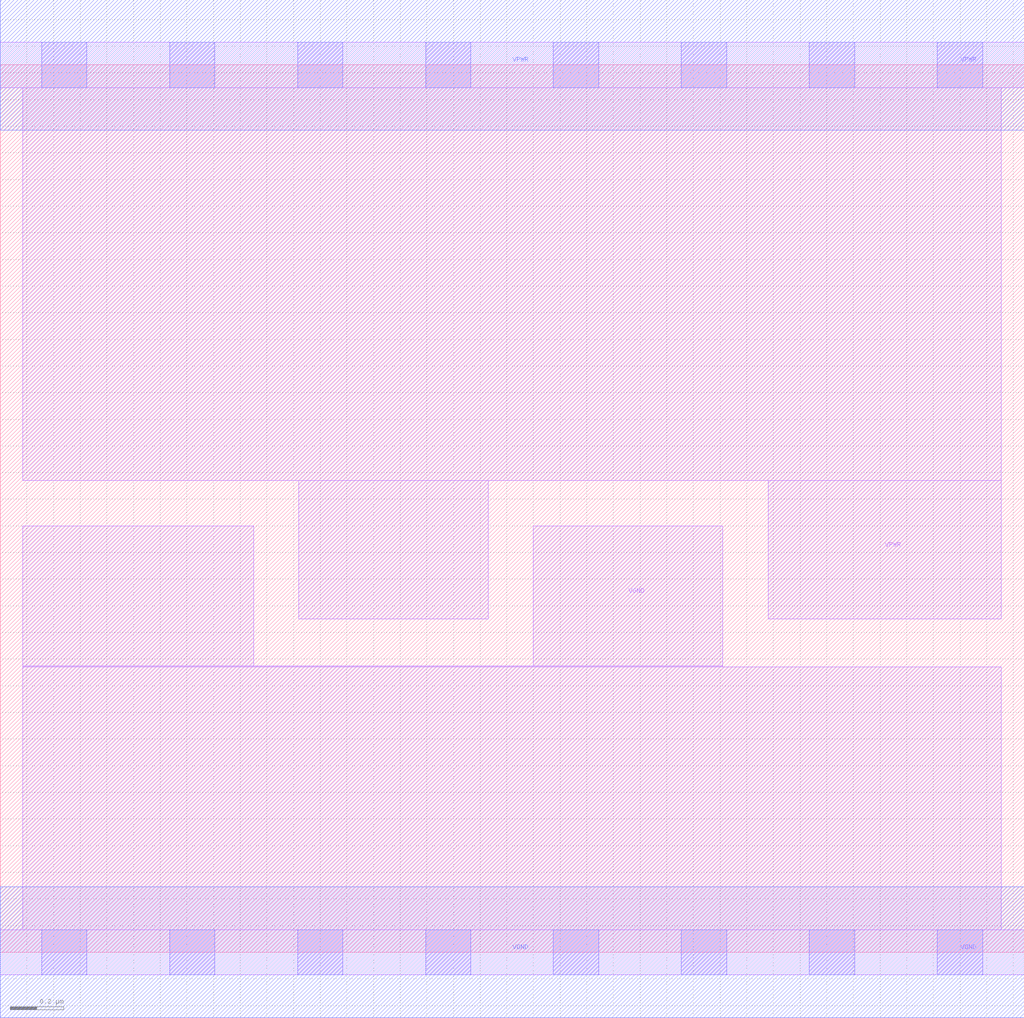
<source format=lef>
# Copyright 2020 The SkyWater PDK Authors
#
# Licensed under the Apache License, Version 2.0 (the "License");
# you may not use this file except in compliance with the License.
# You may obtain a copy of the License at
#
#     https://www.apache.org/licenses/LICENSE-2.0
#
# Unless required by applicable law or agreed to in writing, software
# distributed under the License is distributed on an "AS IS" BASIS,
# WITHOUT WARRANTIES OR CONDITIONS OF ANY KIND, either express or implied.
# See the License for the specific language governing permissions and
# limitations under the License.
#
# SPDX-License-Identifier: Apache-2.0

VERSION 5.7 ;
  NAMESCASESENSITIVE ON ;
  NOWIREEXTENSIONATPIN ON ;
  DIVIDERCHAR "/" ;
  BUSBITCHARS "[]" ;
UNITS
  DATABASE MICRONS 200 ;
END UNITS
MACRO sky130_fd_sc_ls__decaphe_8
  CLASS CORE ;
  SOURCE USER ;
  FOREIGN sky130_fd_sc_ls__decaphe_8 ;
  ORIGIN  0.000000  0.000000 ;
  SIZE  3.840000 BY  3.330000 ;
  SYMMETRY X Y R90 ;
  SITE unit ;
  PIN VGND
    DIRECTION INOUT ;
    SHAPE ABUTMENT ;
    USE GROUND ;
    PORT
      LAYER li1 ;
        RECT 0.000000 -0.085000 3.840000 0.085000 ;
        RECT 0.085000  0.085000 3.755000 1.070000 ;
        RECT 0.085000  1.070000 2.710000 1.075000 ;
        RECT 0.085000  1.075000 0.950000 1.600000 ;
        RECT 2.000000  1.075000 2.710000 1.600000 ;
      LAYER mcon ;
        RECT 0.155000 -0.085000 0.325000 0.085000 ;
        RECT 0.635000 -0.085000 0.805000 0.085000 ;
        RECT 1.115000 -0.085000 1.285000 0.085000 ;
        RECT 1.595000 -0.085000 1.765000 0.085000 ;
        RECT 2.075000 -0.085000 2.245000 0.085000 ;
        RECT 2.555000 -0.085000 2.725000 0.085000 ;
        RECT 3.035000 -0.085000 3.205000 0.085000 ;
        RECT 3.515000 -0.085000 3.685000 0.085000 ;
      LAYER met1 ;
        RECT 0.000000 -0.245000 3.840000 0.245000 ;
    END
  END VGND
  PIN VPWR
    DIRECTION INOUT ;
    SHAPE ABUTMENT ;
    USE POWER ;
    PORT
      LAYER li1 ;
        RECT 0.000000 3.245000 3.840000 3.415000 ;
        RECT 0.085000 1.770000 3.755000 3.245000 ;
        RECT 1.120000 1.250000 1.830000 1.770000 ;
        RECT 2.880000 1.250000 3.755000 1.770000 ;
      LAYER mcon ;
        RECT 0.155000 3.245000 0.325000 3.415000 ;
        RECT 0.635000 3.245000 0.805000 3.415000 ;
        RECT 1.115000 3.245000 1.285000 3.415000 ;
        RECT 1.595000 3.245000 1.765000 3.415000 ;
        RECT 2.075000 3.245000 2.245000 3.415000 ;
        RECT 2.555000 3.245000 2.725000 3.415000 ;
        RECT 3.035000 3.245000 3.205000 3.415000 ;
        RECT 3.515000 3.245000 3.685000 3.415000 ;
      LAYER met1 ;
        RECT 0.000000 3.085000 3.840000 3.575000 ;
    END
  END VPWR
END sky130_fd_sc_ls__decaphe_8

</source>
